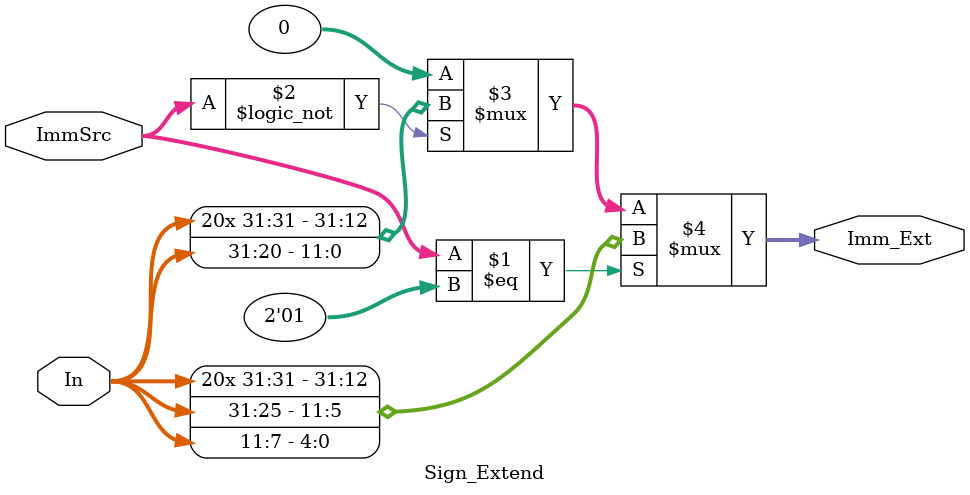
<source format=v>
`timescale 1ns / 1ps


module Sign_Extend(
    In, Imm_Ext,ImmSrc
    );
    input [31:0]In;
    input [1:0]ImmSrc;
    output [31:0] Imm_Ext;
    assign Imm_Ext=(ImmSrc==2'b01)?{{20{In[31]}},In[31:25],In[11:7]}:
                   (ImmSrc==2'b00)?{{20{In[31]}},In[31:20]}:32'b0;
endmodule

</source>
